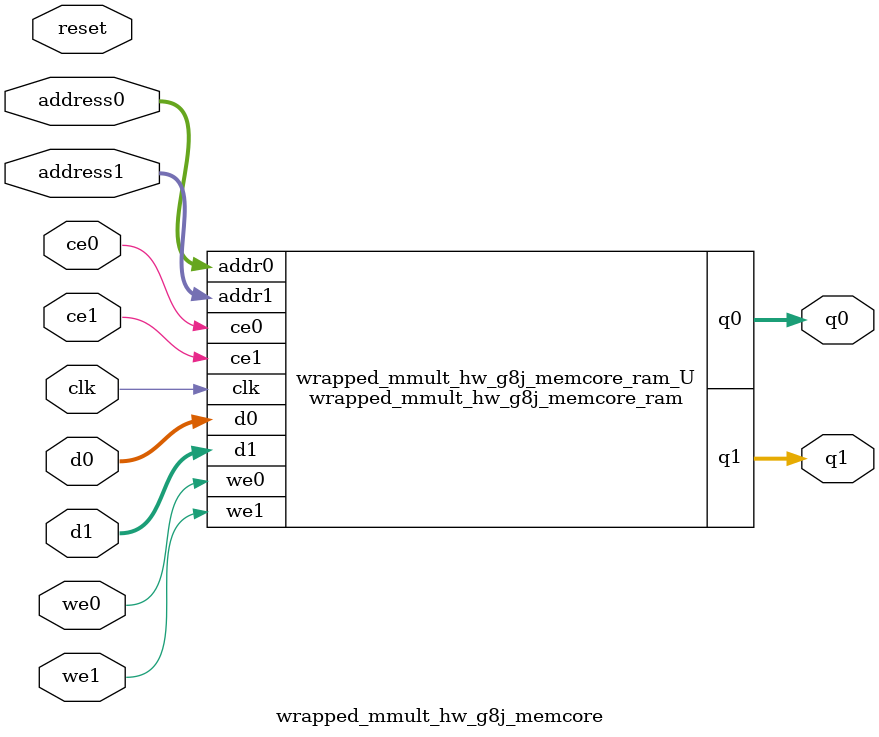
<source format=v>

`timescale 1 ns / 1 ps
module wrapped_mmult_hw_g8j_memcore_ram (addr0, ce0, d0, we0, q0, addr1, ce1, d1, we1, q1,  clk);

parameter DWIDTH = 32;
parameter AWIDTH = 3;
parameter MEM_SIZE = 8;

input[AWIDTH-1:0] addr0;
input ce0;
input[DWIDTH-1:0] d0;
input we0;
output reg[DWIDTH-1:0] q0;
input[AWIDTH-1:0] addr1;
input ce1;
input[DWIDTH-1:0] d1;
input we1;
output reg[DWIDTH-1:0] q1;
input clk;

(* ram_style = "distributed" *)reg [DWIDTH-1:0] ram[0:MEM_SIZE-1];




always @(posedge clk)  
begin 
    if (ce0) 
    begin
        if (we0) 
        begin 
            ram[addr0] <= d0; 
            q0 <= d0;
        end 
        else 
            q0 <= ram[addr0];
    end
end


always @(posedge clk)  
begin 
    if (ce1) 
    begin
        if (we1) 
        begin 
            ram[addr1] <= d1; 
            q1 <= d1;
        end 
        else 
            q1 <= ram[addr1];
    end
end


endmodule


`timescale 1 ns / 1 ps
module wrapped_mmult_hw_g8j_memcore(
    reset,
    clk,
    address0,
    ce0,
    we0,
    d0,
    q0,
    address1,
    ce1,
    we1,
    d1,
    q1);

parameter DataWidth = 32'd32;
parameter AddressRange = 32'd8;
parameter AddressWidth = 32'd3;
input reset;
input clk;
input[AddressWidth - 1:0] address0;
input ce0;
input we0;
input[DataWidth - 1:0] d0;
output[DataWidth - 1:0] q0;
input[AddressWidth - 1:0] address1;
input ce1;
input we1;
input[DataWidth - 1:0] d1;
output[DataWidth - 1:0] q1;



wrapped_mmult_hw_g8j_memcore_ram wrapped_mmult_hw_g8j_memcore_ram_U(
    .clk( clk ),
    .addr0( address0 ),
    .ce0( ce0 ),
    .d0( d0 ),
    .we0( we0 ),
    .q0( q0 ),
    .addr1( address1 ),
    .ce1( ce1 ),
    .d1( d1 ),
    .we1( we1 ),
    .q1( q1 ));

endmodule


</source>
